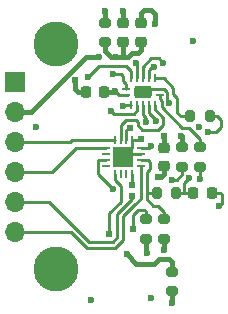
<source format=gbr>
%TF.GenerationSoftware,KiCad,Pcbnew,9.0.5-9.0.5~ubuntu24.04.1*%
%TF.CreationDate,2025-10-22T23:17:41-07:00*%
%TF.ProjectId,mag-encoder,6d61672d-656e-4636-9f64-65722e6b6963,1*%
%TF.SameCoordinates,Original*%
%TF.FileFunction,Copper,L4,Bot*%
%TF.FilePolarity,Positive*%
%FSLAX46Y46*%
G04 Gerber Fmt 4.6, Leading zero omitted, Abs format (unit mm)*
G04 Created by KiCad (PCBNEW 9.0.5-9.0.5~ubuntu24.04.1) date 2025-10-22 23:17:41*
%MOMM*%
%LPD*%
G01*
G04 APERTURE LIST*
G04 Aperture macros list*
%AMRoundRect*
0 Rectangle with rounded corners*
0 $1 Rounding radius*
0 $2 $3 $4 $5 $6 $7 $8 $9 X,Y pos of 4 corners*
0 Add a 4 corners polygon primitive as box body*
4,1,4,$2,$3,$4,$5,$6,$7,$8,$9,$2,$3,0*
0 Add four circle primitives for the rounded corners*
1,1,$1+$1,$2,$3*
1,1,$1+$1,$4,$5*
1,1,$1+$1,$6,$7*
1,1,$1+$1,$8,$9*
0 Add four rect primitives between the rounded corners*
20,1,$1+$1,$2,$3,$4,$5,0*
20,1,$1+$1,$4,$5,$6,$7,0*
20,1,$1+$1,$6,$7,$8,$9,0*
20,1,$1+$1,$8,$9,$2,$3,0*%
G04 Aperture macros list end*
%TA.AperFunction,ComponentPad*%
%ADD10C,3.810000*%
%TD*%
%TA.AperFunction,ComponentPad*%
%ADD11R,1.700000X1.700000*%
%TD*%
%TA.AperFunction,ComponentPad*%
%ADD12O,1.700000X1.700000*%
%TD*%
%TA.AperFunction,SMDPad,CuDef*%
%ADD13RoundRect,0.200000X-0.275000X0.200000X-0.275000X-0.200000X0.275000X-0.200000X0.275000X0.200000X0*%
%TD*%
%TA.AperFunction,SMDPad,CuDef*%
%ADD14RoundRect,0.225000X0.250000X-0.225000X0.250000X0.225000X-0.250000X0.225000X-0.250000X-0.225000X0*%
%TD*%
%TA.AperFunction,SMDPad,CuDef*%
%ADD15RoundRect,0.225000X-0.250000X0.225000X-0.250000X-0.225000X0.250000X-0.225000X0.250000X0.225000X0*%
%TD*%
%TA.AperFunction,SMDPad,CuDef*%
%ADD16RoundRect,0.050000X0.250000X0.075000X-0.250000X0.075000X-0.250000X-0.075000X0.250000X-0.075000X0*%
%TD*%
%TA.AperFunction,SMDPad,CuDef*%
%ADD17RoundRect,0.050000X-0.075000X0.250000X-0.075000X-0.250000X0.075000X-0.250000X0.075000X0.250000X0*%
%TD*%
%TA.AperFunction,SMDPad,CuDef*%
%ADD18RoundRect,0.200000X-0.550000X0.300000X-0.550000X-0.300000X0.550000X-0.300000X0.550000X0.300000X0*%
%TD*%
%TA.AperFunction,SMDPad,CuDef*%
%ADD19RoundRect,0.225000X0.225000X0.250000X-0.225000X0.250000X-0.225000X-0.250000X0.225000X-0.250000X0*%
%TD*%
%TA.AperFunction,SMDPad,CuDef*%
%ADD20RoundRect,0.200000X0.275000X-0.200000X0.275000X0.200000X-0.275000X0.200000X-0.275000X-0.200000X0*%
%TD*%
%TA.AperFunction,SMDPad,CuDef*%
%ADD21RoundRect,0.225000X-0.225000X-0.250000X0.225000X-0.250000X0.225000X0.250000X-0.225000X0.250000X0*%
%TD*%
%TA.AperFunction,SMDPad,CuDef*%
%ADD22RoundRect,0.200000X-0.200000X-0.275000X0.200000X-0.275000X0.200000X0.275000X-0.200000X0.275000X0*%
%TD*%
%TA.AperFunction,SMDPad,CuDef*%
%ADD23RoundRect,0.062500X-0.287500X-0.062500X0.287500X-0.062500X0.287500X0.062500X-0.287500X0.062500X0*%
%TD*%
%TA.AperFunction,SMDPad,CuDef*%
%ADD24RoundRect,0.062500X-0.062500X-0.287500X0.062500X-0.287500X0.062500X0.287500X-0.062500X0.287500X0*%
%TD*%
%TA.AperFunction,HeatsinkPad*%
%ADD25R,1.700000X1.700000*%
%TD*%
%TA.AperFunction,ViaPad*%
%ADD26C,0.600000*%
%TD*%
%TA.AperFunction,ViaPad*%
%ADD27C,0.609600*%
%TD*%
%TA.AperFunction,ViaPad*%
%ADD28C,0.500000*%
%TD*%
%TA.AperFunction,Conductor*%
%ADD29C,0.381000*%
%TD*%
%TA.AperFunction,Conductor*%
%ADD30C,0.254000*%
%TD*%
G04 APERTURE END LIST*
D10*
%TO.P,H1,*%
%TO.N,*%
X224840800Y-114046000D03*
%TD*%
D11*
%TO.P,J1,1,Pin_1*%
%TO.N,GND*%
X221411800Y-117221000D03*
D12*
%TO.P,J1,2,Pin_2*%
%TO.N,+3.3V*%
X221411800Y-119761000D03*
%TO.P,J1,3,Pin_3*%
%TO.N,/CS*%
X221411800Y-122301000D03*
%TO.P,J1,4,Pin_4*%
%TO.N,/MOSI*%
X221411800Y-124841000D03*
%TO.P,J1,5,Pin_5*%
%TO.N,/MISO*%
X221411800Y-127381000D03*
%TO.P,J1,6,Pin_6*%
%TO.N,/SCLK*%
X221411800Y-129921000D03*
%TD*%
D10*
%TO.P,H2,*%
%TO.N,*%
X224840800Y-133096000D03*
%TD*%
D13*
%TO.P,R3,1*%
%TO.N,Net-(R3-Pad1)*%
X235508800Y-122746000D03*
%TO.P,R3,2*%
%TO.N,/A*%
X235508800Y-124396000D03*
%TD*%
D14*
%TO.P,C2,1*%
%TO.N,+3.3V*%
X233984800Y-124346000D03*
%TO.P,C2,2*%
%TO.N,GND*%
X233984800Y-122796000D03*
%TD*%
D15*
%TO.P,C4,1*%
%TO.N,+5V*%
X230505000Y-112255000D03*
%TO.P,C4,2*%
%TO.N,GND*%
X230505000Y-113805000D03*
%TD*%
D16*
%TO.P,U2,1*%
%TO.N,Net-(C1-Pad1)*%
X230806800Y-117809200D03*
D17*
%TO.P,U2,2*%
%TO.N,Net-(U3-MGH)*%
X231206800Y-116909200D03*
%TO.P,U2,3*%
%TO.N,Net-(D3-K)*%
X231706800Y-116909200D03*
%TO.P,U2,4*%
%TO.N,Net-(U3-PWM)*%
X232206800Y-116909200D03*
%TO.P,U2,5*%
%TO.N,Net-(C1-Pad1)*%
X232706800Y-116909200D03*
%TO.P,U2,6*%
%TO.N,Net-(R1-Pad1)*%
X233206800Y-116909200D03*
D16*
%TO.P,U2,7,GND*%
%TO.N,GND*%
X233606800Y-117809200D03*
%TO.P,U2,8*%
%TO.N,Net-(R2-Pad1)*%
X233606800Y-118309200D03*
D17*
%TO.P,U2,9*%
%TO.N,Net-(U3-B)*%
X233206800Y-119209200D03*
%TO.P,U2,10*%
%TO.N,Net-(C1-Pad1)*%
X232706800Y-119209200D03*
%TO.P,U2,11*%
%TO.N,Net-(R3-Pad1)*%
X232206800Y-119209200D03*
%TO.P,U2,12*%
%TO.N,Net-(U3-A)*%
X231706800Y-119209200D03*
%TO.P,U2,13*%
%TO.N,Net-(C1-Pad1)*%
X231206800Y-119209200D03*
D16*
%TO.P,U2,14,VCC*%
%TO.N,+3.3V*%
X230806800Y-118309200D03*
D18*
%TO.P,U2,EP,GND*%
%TO.N,GND*%
X232206800Y-118059200D03*
%TD*%
D13*
%TO.P,R7,1*%
%TO.N,Net-(U3-MGH)*%
X232460800Y-128842000D03*
%TO.P,R7,2*%
%TO.N,Net-(D4-A)*%
X232460800Y-130492000D03*
%TD*%
D19*
%TO.P,C5,1*%
%TO.N,+3.3V*%
X228917800Y-118059200D03*
%TO.P,C5,2*%
%TO.N,GND*%
X227367800Y-118059200D03*
%TD*%
D20*
%TO.P,R5,1*%
%TO.N,+3.3V*%
X234696000Y-134937000D03*
%TO.P,R5,2*%
%TO.N,Net-(D3-A)*%
X234696000Y-133287000D03*
%TD*%
D13*
%TO.P,R2,1*%
%TO.N,Net-(R2-Pad1)*%
X237032800Y-122746000D03*
%TO.P,R2,2*%
%TO.N,/B*%
X237032800Y-124396000D03*
%TD*%
D21*
%TO.P,C1,1*%
%TO.N,Net-(C1-Pad1)*%
X236461000Y-126619000D03*
%TO.P,C1,2*%
%TO.N,GND*%
X238011000Y-126619000D03*
%TD*%
D22*
%TO.P,R1,1*%
%TO.N,Net-(R1-Pad1)*%
X236207800Y-120142000D03*
%TO.P,R1,2*%
%TO.N,/PWM*%
X237857800Y-120142000D03*
%TD*%
%TO.P,R4,1*%
%TO.N,Net-(U3-MGL)*%
X233363000Y-126619000D03*
%TO.P,R4,2*%
%TO.N,Net-(C1-Pad1)*%
X235013000Y-126619000D03*
%TD*%
D15*
%TO.P,C3,1*%
%TO.N,+3.3V*%
X232029000Y-112255000D03*
%TO.P,C3,2*%
%TO.N,GND*%
X232029000Y-113805000D03*
%TD*%
D23*
%TO.P,U3,1,SSD*%
%TO.N,unconnected-(U3-SSD-Pad1)*%
X229105800Y-124309000D03*
%TO.P,U3,2,A*%
%TO.N,Net-(U3-A)*%
X229105800Y-123809000D03*
%TO.P,U3,3,Z*%
%TO.N,unconnected-(U3-Z-Pad3)*%
X229105800Y-123309000D03*
%TO.P,U3,4,MOSI*%
%TO.N,/MOSI*%
X229105800Y-122809000D03*
D24*
%TO.P,U3,5,CS*%
%TO.N,/CS*%
X229805800Y-122121000D03*
%TO.P,U3,6,B*%
%TO.N,Net-(U3-B)*%
X230305800Y-122121000D03*
%TO.P,U3,7,MISO*%
%TO.N,/MISO*%
X230805800Y-122121000D03*
%TO.P,U3,8,GND*%
%TO.N,GND*%
X231305800Y-122121000D03*
D23*
%TO.P,U3,9,PWM*%
%TO.N,Net-(U3-PWM)*%
X232005800Y-122821000D03*
%TO.P,U3,10,TEST*%
%TO.N,GND*%
X232005800Y-123321000D03*
%TO.P,U3,11,MGL*%
%TO.N,Net-(U3-MGL)*%
X232005800Y-123821000D03*
%TO.P,U3,12,SCLK*%
%TO.N,/SCLK*%
X232005800Y-124321000D03*
D24*
%TO.P,U3,13,VDD*%
%TO.N,+3.3V*%
X231305800Y-125021000D03*
%TO.P,U3,14,NC*%
%TO.N,unconnected-(U3-NC-Pad14)*%
X230805800Y-125021000D03*
%TO.P,U3,15,SSCK*%
%TO.N,unconnected-(U3-SSCK-Pad15)*%
X230305800Y-125021000D03*
%TO.P,U3,16,MGH*%
%TO.N,Net-(U3-MGH)*%
X229805800Y-125021000D03*
D25*
%TO.P,U3,17,EP*%
%TO.N,GND*%
X230555800Y-123571000D03*
%TD*%
D13*
%TO.P,R6,1*%
%TO.N,Net-(U3-MGL)*%
X233984800Y-128842000D03*
%TO.P,R6,2*%
%TO.N,Net-(D2-A)*%
X233984800Y-130492000D03*
%TD*%
%TO.P,R8,1*%
%TO.N,Net-(D1-K)*%
X228981000Y-112205000D03*
%TO.P,R8,2*%
%TO.N,GND*%
X228981000Y-113855000D03*
%TD*%
D26*
%TO.N,+3.3V*%
X234696000Y-135939583D03*
X233248200Y-112344200D03*
D27*
X233464100Y-125260100D03*
X231317800Y-125984000D03*
D26*
X229857300Y-118021100D03*
X228463539Y-115122261D03*
%TO.N,GND*%
X229946200Y-115112800D03*
D27*
X226466400Y-117068600D03*
X232003600Y-122097800D03*
D26*
X227838000Y-135661400D03*
X234443344Y-118992046D03*
D28*
X232706800Y-118059200D03*
D26*
X232867200Y-135509000D03*
D28*
X231706800Y-118059200D03*
D26*
X238658400Y-127762000D03*
D27*
X233984800Y-121793000D03*
D26*
%TO.N,+5V*%
X230530400Y-111226600D03*
%TO.N,Net-(D4-A)*%
X232511600Y-131724400D03*
%TO.N,Net-(D1-K)*%
X228981000Y-111226600D03*
%TO.N,Net-(D3-A)*%
X230835200Y-131826000D03*
%TO.N,+5V_IN*%
X236474000Y-113792000D03*
X223139000Y-121031000D03*
%TO.N,Net-(C1-Pad1)*%
X229692200Y-116586000D03*
X233150883Y-115950999D03*
X233274839Y-120568637D03*
X230505000Y-119257800D03*
X236082570Y-125386858D03*
%TO.N,/A*%
X234645200Y-125501400D03*
%TO.N,/B*%
X237032800Y-125425200D03*
%TO.N,/PWM*%
X237744000Y-121437400D03*
%TO.N,Net-(D2-A)*%
X233984800Y-131449800D03*
%TO.N,Net-(D3-K)*%
X231622600Y-115595400D03*
D27*
%TO.N,Net-(U3-MGH)*%
X229368646Y-130086100D03*
D26*
X227545900Y-116776500D03*
D27*
X231343200Y-129692400D03*
%TO.N,/MISO*%
X231123451Y-121098347D03*
X231278250Y-126904864D03*
D26*
%TO.N,Net-(U3-A)*%
X229539800Y-119710200D03*
X229694099Y-126321418D03*
%TO.N,Net-(U3-PWM)*%
X232909286Y-122614514D03*
X236971960Y-121066440D03*
X233920500Y-115611177D03*
%TO.N,Net-(R3-Pad1)*%
X235458000Y-121793000D03*
X232435400Y-120624600D03*
%TD*%
D29*
%TO.N,+3.3V*%
X234696000Y-135939583D02*
X234696000Y-134937000D01*
X232283000Y-111150400D02*
X232029000Y-111404400D01*
D30*
X230145400Y-118309200D02*
X230933800Y-118309200D01*
D29*
X233768900Y-125260100D02*
X233984800Y-125044200D01*
X228463539Y-115122261D02*
X227371029Y-115122261D01*
X233248200Y-112344200D02*
X233248200Y-111506000D01*
D30*
X229857300Y-118021100D02*
X230145400Y-118309200D01*
D29*
X232892600Y-111150400D02*
X232283000Y-111150400D01*
X227371029Y-115122261D02*
X222732290Y-119761000D01*
X232029000Y-111404400D02*
X232029000Y-112255000D01*
X228917800Y-118059200D02*
X229819200Y-118059200D01*
X233464100Y-125260100D02*
X233768900Y-125260100D01*
D30*
X231305800Y-125021000D02*
X231305800Y-125972000D01*
D29*
X233248200Y-111506000D02*
X232892600Y-111150400D01*
X229819200Y-118059200D02*
X229857300Y-118021100D01*
X222732290Y-119761000D02*
X221411800Y-119761000D01*
X233984800Y-125044200D02*
X233984800Y-124346000D01*
D30*
X231305800Y-125972000D02*
X231317800Y-125984000D01*
%TO.N,GND*%
X234443344Y-118992046D02*
X234275100Y-118823802D01*
D29*
X226466400Y-117856000D02*
X226466400Y-117068600D01*
X229946200Y-115112800D02*
X230936800Y-115112800D01*
D30*
X231308000Y-122123200D02*
X231978200Y-122123200D01*
X231305800Y-122121000D02*
X231305800Y-122560024D01*
X234024752Y-117809200D02*
X233606800Y-117809200D01*
X231287500Y-122578324D02*
X231287500Y-122839300D01*
X231305800Y-122121000D02*
X231308000Y-122123200D01*
X238760000Y-126619000D02*
X238011000Y-126619000D01*
D29*
X228981000Y-114604800D02*
X228981000Y-113855000D01*
D30*
X231978200Y-122123200D02*
X232003600Y-122097800D01*
D29*
X229489000Y-115112800D02*
X228981000Y-114604800D01*
X229946200Y-115112800D02*
X230479600Y-115112800D01*
D30*
X232005800Y-123321000D02*
X230805800Y-123321000D01*
X234275100Y-118823802D02*
X234275100Y-118059548D01*
D29*
X232029000Y-114554000D02*
X232029000Y-113805000D01*
D30*
X238658400Y-127762000D02*
X238861600Y-127558800D01*
X233606800Y-117809200D02*
X232456800Y-117809200D01*
X231305800Y-122560024D02*
X231287500Y-122578324D01*
X232456800Y-117809200D02*
X232206800Y-118059200D01*
D29*
X227367800Y-118059200D02*
X226669600Y-118059200D01*
X231267000Y-114782600D02*
X231800400Y-114782600D01*
D30*
X230805800Y-123321000D02*
X230555800Y-123571000D01*
D29*
X230936800Y-115112800D02*
X231267000Y-114782600D01*
X229946200Y-115112800D02*
X229489000Y-115112800D01*
D30*
X231287500Y-122839300D02*
X230555800Y-123571000D01*
D29*
X231800400Y-114782600D02*
X232029000Y-114554000D01*
D30*
X238861600Y-126720600D02*
X238760000Y-126619000D01*
X234275100Y-118059548D02*
X234024752Y-117809200D01*
D29*
X230505000Y-115087400D02*
X230505000Y-113805000D01*
D30*
X238861600Y-127558800D02*
X238861600Y-126720600D01*
D29*
X226669600Y-118059200D02*
X226466400Y-117856000D01*
X230479600Y-115112800D02*
X230505000Y-115087400D01*
X233984800Y-122796000D02*
X233984800Y-121793000D01*
%TO.N,+5V*%
X230505000Y-112255000D02*
X230505000Y-111252000D01*
X230505000Y-111252000D02*
X230530400Y-111226600D01*
%TO.N,Net-(D4-A)*%
X232460800Y-131673600D02*
X232460800Y-130492000D01*
X232511600Y-131724400D02*
X232460800Y-131673600D01*
%TO.N,Net-(D1-K)*%
X228981000Y-111226600D02*
X228981000Y-112205000D01*
%TO.N,Net-(D3-A)*%
X230835200Y-131826000D02*
X231648000Y-132638800D01*
X233140122Y-132638800D02*
X233597322Y-132181600D01*
X234416600Y-132181600D02*
X234696000Y-132461000D01*
X234696000Y-132461000D02*
X234696000Y-133287000D01*
X233597322Y-132181600D02*
X234416600Y-132181600D01*
X231648000Y-132638800D02*
X233140122Y-132638800D01*
D30*
%TO.N,Net-(C1-Pad1)*%
X230505000Y-119257800D02*
X230553600Y-119209200D01*
X233150883Y-115950999D02*
X232943401Y-115950999D01*
X232943401Y-115950999D02*
X232706800Y-116187600D01*
X232706800Y-119839940D02*
X233274839Y-120407979D01*
X230555800Y-117176152D02*
X230809800Y-117430152D01*
X232706800Y-119209200D02*
X232706800Y-119839940D01*
X230809800Y-117430152D02*
X230809800Y-117806200D01*
X230378000Y-116586000D02*
X230555800Y-116763800D01*
X229692200Y-116586000D02*
X230378000Y-116586000D01*
X235712000Y-125757428D02*
X236082570Y-125386858D01*
X235635800Y-126619000D02*
X236461000Y-126619000D01*
X230553600Y-119209200D02*
X231206800Y-119209200D01*
X230555800Y-116763800D02*
X230555800Y-117176152D01*
X230809800Y-117806200D02*
X230806800Y-117809200D01*
X235712000Y-126542800D02*
X235712000Y-125757428D01*
X232706800Y-116187600D02*
X232706800Y-116909200D01*
X233274839Y-120407979D02*
X233274839Y-120568637D01*
X235013000Y-126619000D02*
X235635800Y-126619000D01*
X235635800Y-126619000D02*
X235712000Y-126542800D01*
%TO.N,/A*%
X234645200Y-125501400D02*
X235051600Y-125501400D01*
X235051600Y-125501400D02*
X235508800Y-125044200D01*
X235508800Y-125044200D02*
X235508800Y-124396000D01*
%TO.N,/B*%
X237032800Y-125425200D02*
X237032800Y-124396000D01*
%TO.N,/PWM*%
X238785400Y-121056400D02*
X238785400Y-120421400D01*
X237744000Y-121437400D02*
X238404400Y-121437400D01*
X238506000Y-120142000D02*
X237857800Y-120142000D01*
X238404400Y-121437400D02*
X238785400Y-121056400D01*
X238785400Y-120421400D02*
X238506000Y-120142000D01*
D29*
%TO.N,Net-(D2-A)*%
X233984800Y-131449800D02*
X233984800Y-130492000D01*
D30*
%TO.N,Net-(R2-Pad1)*%
X235534200Y-121107200D02*
X236067600Y-121107200D01*
X236067600Y-121107200D02*
X237032800Y-122072400D01*
X237032800Y-122072400D02*
X237032800Y-122746000D01*
X233775044Y-119348044D02*
X235534200Y-121107200D01*
X233606800Y-118691248D02*
X233775044Y-118859492D01*
X233775044Y-118859492D02*
X233775044Y-119348044D01*
X233606800Y-118309200D02*
X233606800Y-118691248D01*
%TO.N,Net-(D3-K)*%
X231706800Y-115679600D02*
X231706800Y-116909200D01*
X231622600Y-115595400D02*
X231706800Y-115679600D01*
%TO.N,Net-(R1-Pad1)*%
X233206800Y-116909200D02*
X233952212Y-116909200D01*
X234770400Y-118249961D02*
X235127800Y-118607361D01*
X235407200Y-120142000D02*
X236207800Y-120142000D01*
X234770400Y-117727388D02*
X234770400Y-118249961D01*
X235127800Y-118607361D02*
X235127800Y-119862600D01*
X233952212Y-116909200D02*
X234770400Y-117727388D01*
X235127800Y-119862600D02*
X235407200Y-120142000D01*
%TO.N,Net-(U3-MGL)*%
X232609200Y-123821000D02*
X232791000Y-124002800D01*
X233363000Y-126619000D02*
X232511600Y-126619000D01*
X232791000Y-124002800D02*
X232791000Y-124637800D01*
X232511600Y-124917200D02*
X232562400Y-124866400D01*
X232511600Y-126619000D02*
X232511600Y-124917200D01*
X233984800Y-128842000D02*
X233984800Y-128219200D01*
X232791000Y-124637800D02*
X232562400Y-124866400D01*
X233070400Y-127711200D02*
X232511600Y-127152400D01*
X233476800Y-127711200D02*
X233070400Y-127711200D01*
X232511600Y-127152400D02*
X232511600Y-126619000D01*
X232005800Y-123821000D02*
X232609200Y-123821000D01*
X233984800Y-128219200D02*
X233476800Y-127711200D01*
%TO.N,Net-(U3-MGH)*%
X229805800Y-125488000D02*
X229805800Y-125021000D01*
X230362400Y-127367280D02*
X230362400Y-126044600D01*
X231206800Y-116297200D02*
X231206800Y-116909200D01*
X232460800Y-128193800D02*
X232460800Y-128842000D01*
X228454265Y-115868135D02*
X230777735Y-115868135D01*
X230362400Y-126044600D02*
X229805800Y-125488000D01*
X229805800Y-125021000D02*
X229805800Y-125300595D01*
X229368646Y-128361034D02*
X230362400Y-127367280D01*
X229368646Y-130086100D02*
X229368646Y-128361034D01*
X231343200Y-128492282D02*
X231794082Y-128041400D01*
X230777735Y-115868135D02*
X231206800Y-116297200D01*
X232308400Y-128041400D02*
X232460800Y-128193800D01*
X227545900Y-116776500D02*
X228454265Y-115868135D01*
X231794082Y-128041400D02*
X232308400Y-128041400D01*
X231343200Y-129692400D02*
X231343200Y-128492282D01*
%TO.N,Net-(U3-B)*%
X230305800Y-122121000D02*
X230305800Y-120900000D01*
X231583908Y-120421400D02*
X231767100Y-120604592D01*
X233206800Y-119555479D02*
X233206800Y-119209200D01*
X233943139Y-120845456D02*
X233943139Y-120291818D01*
X232158581Y-121292900D02*
X233495695Y-121292900D01*
X233495695Y-121292900D02*
X233943139Y-120845456D01*
X230305800Y-120900000D02*
X230784400Y-120421400D01*
X230784400Y-120421400D02*
X231583908Y-120421400D01*
X231767100Y-120604592D02*
X231767100Y-120901419D01*
X233943139Y-120291818D02*
X233206800Y-119555479D01*
X231767100Y-120901419D02*
X232158581Y-121292900D01*
%TO.N,/MISO*%
X231278250Y-126904864D02*
X231278250Y-127151890D01*
X230041746Y-130364908D02*
X229647454Y-130759200D01*
X229647454Y-130759200D02*
X227649460Y-130759200D01*
X230805800Y-121314400D02*
X230805800Y-122121000D01*
X231123451Y-121098347D02*
X231021853Y-121098347D01*
X227649460Y-130759200D02*
X224271260Y-127381000D01*
X231021853Y-121098347D02*
X230805800Y-121314400D01*
X230041746Y-128388394D02*
X230041746Y-130364908D01*
X231278250Y-127151890D02*
X230041746Y-128388394D01*
X224271260Y-127381000D02*
X221411800Y-127381000D01*
%TO.N,Net-(U3-A)*%
X228387500Y-125014819D02*
X228387500Y-123818300D01*
X229755700Y-119926100D02*
X231407852Y-119926100D01*
X229694099Y-126321418D02*
X228387500Y-125014819D01*
X228387500Y-123818300D02*
X228396800Y-123809000D01*
X231407852Y-119926100D02*
X231706800Y-119627152D01*
X229539800Y-119710200D02*
X229755700Y-119926100D01*
X231706800Y-119627152D02*
X231706800Y-119209200D01*
X228396800Y-123809000D02*
X229105800Y-123809000D01*
%TO.N,Net-(U3-PWM)*%
X232702800Y-122821000D02*
X232909286Y-122614514D01*
X233546023Y-115236700D02*
X232920063Y-115236700D01*
X232206800Y-115949963D02*
X232206800Y-116909200D01*
X232005800Y-122821000D02*
X232702800Y-122821000D01*
X233920500Y-115611177D02*
X233546023Y-115236700D01*
X232920063Y-115236700D02*
X232206800Y-115949963D01*
%TO.N,/CS*%
X226009200Y-122301000D02*
X226189200Y-122121000D01*
X221411800Y-122301000D02*
X226009200Y-122301000D01*
X226189200Y-122121000D02*
X229805800Y-122121000D01*
%TO.N,/MOSI*%
X229105800Y-122809000D02*
X226568000Y-122809000D01*
X226568000Y-122809000D02*
X224536000Y-124841000D01*
X224536000Y-124841000D02*
X221411800Y-124841000D01*
%TO.N,/SCLK*%
X229839914Y-131267200D02*
X230537046Y-130570068D01*
X232005800Y-127129222D02*
X232005800Y-124321000D01*
X230537046Y-128593554D02*
X231552636Y-127577964D01*
X231552636Y-127577964D02*
X231557058Y-127577964D01*
X221411800Y-129921000D02*
X226110800Y-129921000D01*
X226110800Y-129921000D02*
X227457000Y-131267200D01*
X227457000Y-131267200D02*
X229839914Y-131267200D01*
X231557058Y-127577964D02*
X232005800Y-127129222D01*
X230537046Y-130570068D02*
X230537046Y-128593554D01*
D29*
%TO.N,Net-(R3-Pad1)*%
X235508800Y-122746000D02*
X235508800Y-121843800D01*
D30*
X232435400Y-120269000D02*
X232206800Y-120040400D01*
D29*
X235508800Y-121843800D02*
X235458000Y-121793000D01*
D30*
X232435400Y-120624600D02*
X232435400Y-120269000D01*
X232206800Y-120040400D02*
X232206800Y-119209200D01*
%TD*%
M02*

</source>
